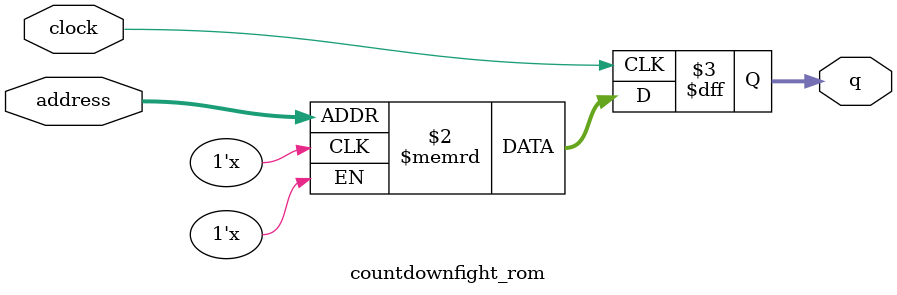
<source format=sv>
module countdownfight_rom (
	input logic clock,
	input logic [12:0] address,
	output logic [1:0] q
);

logic [1:0] memory [0:4999] /* synthesis ram_init_file = "./countdownfight/countdownfight.mif" */;

always_ff @ (posedge clock) begin
	q <= memory[address];
end

endmodule

</source>
